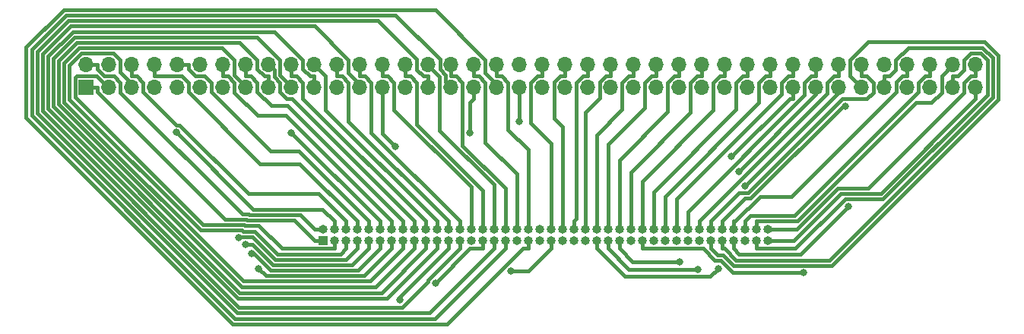
<source format=gbr>
%TF.GenerationSoftware,KiCad,Pcbnew,7.0.10*%
%TF.CreationDate,2024-01-11T10:13:55+00:00*%
%TF.ProjectId,1.27mm_To_2.54mm,312e3237-6d6d-45f5-946f-5f322e35346d,rev?*%
%TF.SameCoordinates,Original*%
%TF.FileFunction,Copper,L2,Bot*%
%TF.FilePolarity,Positive*%
%FSLAX46Y46*%
G04 Gerber Fmt 4.6, Leading zero omitted, Abs format (unit mm)*
G04 Created by KiCad (PCBNEW 7.0.10) date 2024-01-11 10:13:55*
%MOMM*%
%LPD*%
G01*
G04 APERTURE LIST*
%TA.AperFunction,ComponentPad*%
%ADD10R,1.000000X1.000000*%
%TD*%
%TA.AperFunction,ComponentPad*%
%ADD11O,1.000000X1.000000*%
%TD*%
%TA.AperFunction,ComponentPad*%
%ADD12R,1.700000X1.700000*%
%TD*%
%TA.AperFunction,ComponentPad*%
%ADD13O,1.700000X1.700000*%
%TD*%
%TA.AperFunction,ViaPad*%
%ADD14C,0.800000*%
%TD*%
%TA.AperFunction,Conductor*%
%ADD15C,0.400000*%
%TD*%
G04 APERTURE END LIST*
D10*
%TO.P,J1,1,Pin_1*%
%TO.N,Net-(J1-Pin_1)*%
X120472200Y-96951800D03*
D11*
%TO.P,J1,2,Pin_2*%
%TO.N,Net-(J1-Pin_2)*%
X120472200Y-95681800D03*
%TO.P,J1,3,Pin_3*%
%TO.N,Net-(J1-Pin_3)*%
X121742200Y-96951800D03*
%TO.P,J1,4,Pin_4*%
%TO.N,Net-(J1-Pin_4)*%
X121742200Y-95681800D03*
%TO.P,J1,5,Pin_5*%
%TO.N,Net-(J1-Pin_5)*%
X123012200Y-96951800D03*
%TO.P,J1,6,Pin_6*%
%TO.N,Net-(J1-Pin_6)*%
X123012200Y-95681800D03*
%TO.P,J1,7,Pin_7*%
%TO.N,Net-(J1-Pin_7)*%
X124282200Y-96951800D03*
%TO.P,J1,8,Pin_8*%
%TO.N,Net-(J1-Pin_8)*%
X124282200Y-95681800D03*
%TO.P,J1,9,Pin_9*%
%TO.N,Net-(J1-Pin_9)*%
X125552200Y-96951800D03*
%TO.P,J1,10,Pin_10*%
%TO.N,Net-(J1-Pin_10)*%
X125552200Y-95681800D03*
%TO.P,J1,11,Pin_11*%
%TO.N,Net-(J1-Pin_11)*%
X126822200Y-96951800D03*
%TO.P,J1,12,Pin_12*%
%TO.N,Net-(J1-Pin_12)*%
X126822200Y-95681800D03*
%TO.P,J1,13,Pin_13*%
%TO.N,Net-(J1-Pin_13)*%
X128092200Y-96951800D03*
%TO.P,J1,14,Pin_14*%
%TO.N,Net-(J1-Pin_14)*%
X128092200Y-95681800D03*
%TO.P,J1,15,Pin_15*%
%TO.N,Net-(J1-Pin_15)*%
X129362200Y-96951800D03*
%TO.P,J1,16,Pin_16*%
%TO.N,Net-(J1-Pin_16)*%
X129362200Y-95681800D03*
%TO.P,J1,17,Pin_17*%
%TO.N,Net-(J1-Pin_17)*%
X130632200Y-96951800D03*
%TO.P,J1,18,Pin_18*%
%TO.N,Net-(J1-Pin_18)*%
X130632200Y-95681800D03*
%TO.P,J1,19,Pin_19*%
%TO.N,Net-(J1-Pin_19)*%
X131902200Y-96951800D03*
%TO.P,J1,20,Pin_20*%
%TO.N,Net-(J1-Pin_20)*%
X131902200Y-95681800D03*
%TO.P,J1,21,Pin_21*%
%TO.N,Net-(J1-Pin_21)*%
X133172200Y-96951800D03*
%TO.P,J1,22,Pin_22*%
%TO.N,Net-(J1-Pin_22)*%
X133172200Y-95681800D03*
%TO.P,J1,23,Pin_23*%
%TO.N,Net-(J1-Pin_23)*%
X134442200Y-96951800D03*
%TO.P,J1,24,Pin_24*%
%TO.N,Net-(J1-Pin_24)*%
X134442200Y-95681800D03*
%TO.P,J1,25,Pin_25*%
%TO.N,Net-(J1-Pin_25)*%
X135712200Y-96951800D03*
%TO.P,J1,26,Pin_26*%
%TO.N,Net-(J1-Pin_26)*%
X135712200Y-95681800D03*
%TO.P,J1,27,Pin_27*%
%TO.N,Net-(J1-Pin_27)*%
X136982200Y-96951800D03*
%TO.P,J1,28,Pin_28*%
%TO.N,Net-(J1-Pin_28)*%
X136982200Y-95681800D03*
%TO.P,J1,29,Pin_29*%
%TO.N,Net-(J1-Pin_29)*%
X138252200Y-96951800D03*
%TO.P,J1,30,Pin_30*%
%TO.N,Net-(J1-Pin_30)*%
X138252200Y-95681800D03*
%TO.P,J1,31,Pin_31*%
%TO.N,Net-(J1-Pin_31)*%
X139522200Y-96951800D03*
%TO.P,J1,32,Pin_32*%
%TO.N,Net-(J1-Pin_32)*%
X139522200Y-95681800D03*
%TO.P,J1,33,Pin_33*%
%TO.N,Net-(J1-Pin_33)*%
X140792200Y-96951800D03*
%TO.P,J1,34,Pin_34*%
%TO.N,Net-(J1-Pin_34)*%
X140792200Y-95681800D03*
%TO.P,J1,35,Pin_35*%
%TO.N,Net-(J1-Pin_35)*%
X142062200Y-96951800D03*
%TO.P,J1,36,Pin_36*%
%TO.N,Net-(J1-Pin_36)*%
X142062200Y-95681800D03*
%TO.P,J1,37,Pin_37*%
%TO.N,Net-(J1-Pin_37)*%
X143332200Y-96951800D03*
%TO.P,J1,38,Pin_38*%
%TO.N,Net-(J1-Pin_38)*%
X143332200Y-95681800D03*
%TO.P,J1,39,Pin_39*%
%TO.N,Net-(J1-Pin_39)*%
X144602200Y-96951800D03*
%TO.P,J1,40,Pin_40*%
%TO.N,Net-(J1-Pin_40)*%
X144602200Y-95681800D03*
%TO.P,J1,41,Pin_41*%
%TO.N,Net-(J1-Pin_41)*%
X145872200Y-96951800D03*
%TO.P,J1,42,Pin_42*%
%TO.N,Net-(J1-Pin_42)*%
X145872200Y-95681800D03*
%TO.P,J1,43,Pin_43*%
%TO.N,Net-(J1-Pin_43)*%
X147142200Y-96951800D03*
%TO.P,J1,44,Pin_44*%
%TO.N,Net-(J1-Pin_44)*%
X147142200Y-95681800D03*
%TO.P,J1,45,Pin_45*%
%TO.N,Net-(J1-Pin_45)*%
X148412200Y-96951800D03*
%TO.P,J1,46,Pin_46*%
%TO.N,Net-(J1-Pin_46)*%
X148412200Y-95681800D03*
%TO.P,J1,47,Pin_47*%
%TO.N,Net-(J1-Pin_47)*%
X149682200Y-96951800D03*
%TO.P,J1,48,Pin_48*%
%TO.N,Net-(J1-Pin_48)*%
X149682200Y-95681800D03*
%TO.P,J1,49,Pin_49*%
%TO.N,Net-(J1-Pin_49)*%
X150952200Y-96951800D03*
%TO.P,J1,50,Pin_50*%
%TO.N,Net-(J1-Pin_50)*%
X150952200Y-95681800D03*
%TO.P,J1,51,Pin_51*%
%TO.N,Net-(J1-Pin_51)*%
X152222200Y-96951800D03*
%TO.P,J1,52,Pin_52*%
%TO.N,Net-(J1-Pin_52)*%
X152222200Y-95681800D03*
%TO.P,J1,53,Pin_53*%
%TO.N,Net-(J1-Pin_53)*%
X153492200Y-96951800D03*
%TO.P,J1,54,Pin_54*%
%TO.N,Net-(J1-Pin_54)*%
X153492200Y-95681800D03*
%TO.P,J1,55,Pin_55*%
%TO.N,Net-(J1-Pin_55)*%
X154762200Y-96951800D03*
%TO.P,J1,56,Pin_56*%
%TO.N,Net-(J1-Pin_56)*%
X154762200Y-95681800D03*
%TO.P,J1,57,Pin_57*%
%TO.N,Net-(J1-Pin_57)*%
X156032200Y-96951800D03*
%TO.P,J1,58,Pin_58*%
%TO.N,Net-(J1-Pin_58)*%
X156032200Y-95681800D03*
%TO.P,J1,59,Pin_59*%
%TO.N,Net-(J1-Pin_59)*%
X157302200Y-96951800D03*
%TO.P,J1,60,Pin_60*%
%TO.N,Net-(J1-Pin_60)*%
X157302200Y-95681800D03*
%TO.P,J1,61,Pin_61*%
%TO.N,Net-(J1-Pin_61)*%
X158572200Y-96951800D03*
%TO.P,J1,62,Pin_62*%
%TO.N,Net-(J1-Pin_62)*%
X158572200Y-95681800D03*
%TO.P,J1,63,Pin_63*%
%TO.N,Net-(J1-Pin_63)*%
X159842200Y-96951800D03*
%TO.P,J1,64,Pin_64*%
%TO.N,Net-(J1-Pin_64)*%
X159842200Y-95681800D03*
%TO.P,J1,65,Pin_65*%
%TO.N,Net-(J1-Pin_65)*%
X161112200Y-96951800D03*
%TO.P,J1,66,Pin_66*%
%TO.N,Net-(J1-Pin_66)*%
X161112200Y-95681800D03*
%TO.P,J1,67,Pin_67*%
%TO.N,Net-(J1-Pin_67)*%
X162382200Y-96951800D03*
%TO.P,J1,68,Pin_68*%
%TO.N,Net-(J1-Pin_68)*%
X162382200Y-95681800D03*
%TO.P,J1,69,Pin_69*%
%TO.N,Net-(J1-Pin_69)*%
X163652200Y-96951800D03*
%TO.P,J1,70,Pin_70*%
%TO.N,Net-(J1-Pin_70)*%
X163652200Y-95681800D03*
%TO.P,J1,71,Pin_71*%
%TO.N,Net-(J1-Pin_71)*%
X164922200Y-96951800D03*
%TO.P,J1,72,Pin_72*%
%TO.N,Net-(J1-Pin_72)*%
X164922200Y-95681800D03*
%TO.P,J1,73,Pin_73*%
%TO.N,Net-(J1-Pin_73)*%
X166192200Y-96951800D03*
%TO.P,J1,74,Pin_74*%
%TO.N,Net-(J1-Pin_74)*%
X166192200Y-95681800D03*
%TO.P,J1,75,Pin_75*%
%TO.N,Net-(J1-Pin_75)*%
X167462200Y-96951800D03*
%TO.P,J1,76,Pin_76*%
%TO.N,Net-(J1-Pin_76)*%
X167462200Y-95681800D03*
%TO.P,J1,77,Pin_77*%
%TO.N,Net-(J1-Pin_77)*%
X168732200Y-96951800D03*
%TO.P,J1,78,Pin_78*%
%TO.N,Net-(J1-Pin_78)*%
X168732200Y-95681800D03*
%TO.P,J1,79,Pin_79*%
%TO.N,Net-(J1-Pin_79)*%
X170002200Y-96951800D03*
%TO.P,J1,80,Pin_80*%
%TO.N,Net-(J1-Pin_80)*%
X170002200Y-95681800D03*
%TD*%
D12*
%TO.P,J2,1,Pin_1*%
%TO.N,Net-(J1-Pin_1)*%
X94107000Y-79883000D03*
D13*
%TO.P,J2,2,Pin_2*%
%TO.N,Net-(J1-Pin_2)*%
X94107000Y-77343000D03*
%TO.P,J2,3,Pin_3*%
%TO.N,Net-(J1-Pin_3)*%
X96647000Y-79883000D03*
%TO.P,J2,4,Pin_4*%
%TO.N,Net-(J1-Pin_4)*%
X96647000Y-77343000D03*
%TO.P,J2,5,Pin_5*%
%TO.N,Net-(J1-Pin_5)*%
X99187000Y-79883000D03*
%TO.P,J2,6,Pin_6*%
%TO.N,Net-(J1-Pin_6)*%
X99187000Y-77343000D03*
%TO.P,J2,7,Pin_7*%
%TO.N,Net-(J1-Pin_7)*%
X101727000Y-79883000D03*
%TO.P,J2,8,Pin_8*%
%TO.N,Net-(J1-Pin_8)*%
X101727000Y-77343000D03*
%TO.P,J2,9,Pin_9*%
%TO.N,Net-(J1-Pin_9)*%
X104267000Y-79883000D03*
%TO.P,J2,10,Pin_10*%
%TO.N,Net-(J1-Pin_10)*%
X104267000Y-77343000D03*
%TO.P,J2,11,Pin_11*%
%TO.N,Net-(J1-Pin_11)*%
X106807000Y-79883000D03*
%TO.P,J2,12,Pin_12*%
%TO.N,Net-(J1-Pin_12)*%
X106807000Y-77343000D03*
%TO.P,J2,13,Pin_13*%
%TO.N,Net-(J1-Pin_13)*%
X109347000Y-79883000D03*
%TO.P,J2,14,Pin_14*%
%TO.N,Net-(J1-Pin_14)*%
X109347000Y-77343000D03*
%TO.P,J2,15,Pin_15*%
%TO.N,Net-(J1-Pin_15)*%
X111887000Y-79883000D03*
%TO.P,J2,16,Pin_16*%
%TO.N,Net-(J1-Pin_16)*%
X111887000Y-77343000D03*
%TO.P,J2,17,Pin_17*%
%TO.N,Net-(J1-Pin_17)*%
X114427000Y-79883000D03*
%TO.P,J2,18,Pin_18*%
%TO.N,Net-(J1-Pin_18)*%
X114427000Y-77343000D03*
%TO.P,J2,19,Pin_19*%
%TO.N,Net-(J1-Pin_19)*%
X116967000Y-79883000D03*
%TO.P,J2,20,Pin_20*%
%TO.N,Net-(J1-Pin_20)*%
X116967000Y-77343000D03*
%TO.P,J2,21,Pin_21*%
%TO.N,Net-(J1-Pin_21)*%
X119507000Y-79883000D03*
%TO.P,J2,22,Pin_22*%
%TO.N,Net-(J1-Pin_22)*%
X119507000Y-77343000D03*
%TO.P,J2,23,Pin_23*%
%TO.N,Net-(J1-Pin_23)*%
X122047000Y-79883000D03*
%TO.P,J2,24,Pin_24*%
%TO.N,Net-(J1-Pin_24)*%
X122047000Y-77343000D03*
%TO.P,J2,25,Pin_25*%
%TO.N,Net-(J1-Pin_25)*%
X124587000Y-79883000D03*
%TO.P,J2,26,Pin_26*%
%TO.N,Net-(J1-Pin_26)*%
X124587000Y-77343000D03*
%TO.P,J2,27,Pin_27*%
%TO.N,Net-(J1-Pin_27)*%
X127127000Y-79883000D03*
%TO.P,J2,28,Pin_28*%
%TO.N,Net-(J1-Pin_28)*%
X127127000Y-77343000D03*
%TO.P,J2,29,Pin_29*%
%TO.N,Net-(J1-Pin_29)*%
X129667000Y-79883000D03*
%TO.P,J2,30,Pin_30*%
%TO.N,Net-(J1-Pin_30)*%
X129667000Y-77343000D03*
%TO.P,J2,31,Pin_31*%
%TO.N,Net-(J1-Pin_31)*%
X132207000Y-79883000D03*
%TO.P,J2,32,Pin_32*%
%TO.N,Net-(J1-Pin_32)*%
X132207000Y-77343000D03*
%TO.P,J2,33,Pin_33*%
%TO.N,Net-(J1-Pin_33)*%
X134747000Y-79883000D03*
%TO.P,J2,34,Pin_34*%
%TO.N,Net-(J1-Pin_34)*%
X134747000Y-77343000D03*
%TO.P,J2,35,Pin_35*%
%TO.N,Net-(J1-Pin_35)*%
X137287000Y-79883000D03*
%TO.P,J2,36,Pin_36*%
%TO.N,Net-(J1-Pin_36)*%
X137287000Y-77343000D03*
%TO.P,J2,37,Pin_37*%
%TO.N,Net-(J1-Pin_37)*%
X139827000Y-79883000D03*
%TO.P,J2,38,Pin_38*%
%TO.N,Net-(J1-Pin_38)*%
X139827000Y-77343000D03*
%TO.P,J2,39,Pin_39*%
%TO.N,Net-(J1-Pin_39)*%
X142367000Y-79883000D03*
%TO.P,J2,40,Pin_40*%
%TO.N,Net-(J1-Pin_40)*%
X142367000Y-77343000D03*
%TO.P,J2,41,Pin_41*%
%TO.N,Net-(J1-Pin_41)*%
X144907000Y-79883000D03*
%TO.P,J2,42,Pin_42*%
%TO.N,Net-(J1-Pin_42)*%
X144907000Y-77343000D03*
%TO.P,J2,43,Pin_43*%
%TO.N,Net-(J1-Pin_43)*%
X147447000Y-79883000D03*
%TO.P,J2,44,Pin_44*%
%TO.N,Net-(J1-Pin_44)*%
X147447000Y-77343000D03*
%TO.P,J2,45,Pin_45*%
%TO.N,Net-(J1-Pin_45)*%
X149987000Y-79883000D03*
%TO.P,J2,46,Pin_46*%
%TO.N,Net-(J1-Pin_46)*%
X149987000Y-77343000D03*
%TO.P,J2,47,Pin_47*%
%TO.N,Net-(J1-Pin_47)*%
X152527000Y-79883000D03*
%TO.P,J2,48,Pin_48*%
%TO.N,Net-(J1-Pin_48)*%
X152527000Y-77343000D03*
%TO.P,J2,49,Pin_49*%
%TO.N,Net-(J1-Pin_49)*%
X155067000Y-79883000D03*
%TO.P,J2,50,Pin_50*%
%TO.N,Net-(J1-Pin_50)*%
X155067000Y-77343000D03*
%TO.P,J2,51,Pin_51*%
%TO.N,Net-(J1-Pin_51)*%
X157607000Y-79883000D03*
%TO.P,J2,52,Pin_52*%
%TO.N,Net-(J1-Pin_52)*%
X157607000Y-77343000D03*
%TO.P,J2,53,Pin_53*%
%TO.N,Net-(J1-Pin_53)*%
X160147000Y-79883000D03*
%TO.P,J2,54,Pin_54*%
%TO.N,Net-(J1-Pin_54)*%
X160147000Y-77343000D03*
%TO.P,J2,55,Pin_55*%
%TO.N,Net-(J1-Pin_55)*%
X162687000Y-79883000D03*
%TO.P,J2,56,Pin_56*%
%TO.N,Net-(J1-Pin_56)*%
X162687000Y-77343000D03*
%TO.P,J2,57,Pin_57*%
%TO.N,Net-(J1-Pin_57)*%
X165227000Y-79883000D03*
%TO.P,J2,58,Pin_58*%
%TO.N,Net-(J1-Pin_58)*%
X165227000Y-77343000D03*
%TO.P,J2,59,Pin_59*%
%TO.N,Net-(J1-Pin_59)*%
X167767000Y-79883000D03*
%TO.P,J2,60,Pin_60*%
%TO.N,Net-(J1-Pin_60)*%
X167767000Y-77343000D03*
%TO.P,J2,61,Pin_61*%
%TO.N,Net-(J1-Pin_61)*%
X170307000Y-79883000D03*
%TO.P,J2,62,Pin_62*%
%TO.N,Net-(J1-Pin_62)*%
X170307000Y-77343000D03*
%TO.P,J2,63,Pin_63*%
%TO.N,Net-(J1-Pin_63)*%
X172847000Y-79883000D03*
%TO.P,J2,64,Pin_64*%
%TO.N,Net-(J1-Pin_64)*%
X172847000Y-77343000D03*
%TO.P,J2,65,Pin_65*%
%TO.N,Net-(J1-Pin_65)*%
X175387000Y-79883000D03*
%TO.P,J2,66,Pin_66*%
%TO.N,Net-(J1-Pin_66)*%
X175387000Y-77343000D03*
%TO.P,J2,67,Pin_67*%
%TO.N,Net-(J1-Pin_67)*%
X177927000Y-79883000D03*
%TO.P,J2,68,Pin_68*%
%TO.N,Net-(J1-Pin_68)*%
X177927000Y-77343000D03*
%TO.P,J2,69,Pin_69*%
%TO.N,Net-(J1-Pin_69)*%
X180467000Y-79883000D03*
%TO.P,J2,70,Pin_70*%
%TO.N,Net-(J1-Pin_70)*%
X180467000Y-77343000D03*
%TO.P,J2,71,Pin_71*%
%TO.N,Net-(J1-Pin_71)*%
X183007000Y-79883000D03*
%TO.P,J2,72,Pin_72*%
%TO.N,Net-(J1-Pin_72)*%
X183007000Y-77343000D03*
%TO.P,J2,73,Pin_73*%
%TO.N,Net-(J1-Pin_73)*%
X185547000Y-79883000D03*
%TO.P,J2,74,Pin_74*%
%TO.N,Net-(J1-Pin_74)*%
X185547000Y-77343000D03*
%TO.P,J2,75,Pin_75*%
%TO.N,Net-(J1-Pin_75)*%
X188087000Y-79883000D03*
%TO.P,J2,76,Pin_76*%
%TO.N,Net-(J1-Pin_76)*%
X188087000Y-77343000D03*
%TO.P,J2,77,Pin_77*%
%TO.N,Net-(J1-Pin_77)*%
X190627000Y-79883000D03*
%TO.P,J2,78,Pin_78*%
%TO.N,Net-(J1-Pin_78)*%
X190627000Y-77343000D03*
%TO.P,J2,79,Pin_79*%
%TO.N,Net-(J1-Pin_79)*%
X193167000Y-79883000D03*
%TO.P,J2,80,Pin_80*%
%TO.N,Net-(J1-Pin_80)*%
X193167000Y-77343000D03*
%TD*%
D14*
%TO.N,Net-(J1-Pin_4)*%
X104164700Y-84888300D03*
%TO.N,Net-(J1-Pin_7)*%
X111120100Y-96599100D03*
%TO.N,Net-(J1-Pin_9)*%
X111883000Y-97351300D03*
%TO.N,Net-(J1-Pin_11)*%
X112526700Y-98418400D03*
%TO.N,Net-(J1-Pin_12)*%
X116956300Y-84914000D03*
%TO.N,Net-(J1-Pin_13)*%
X113314700Y-100062700D03*
%TO.N,Net-(J1-Pin_23)*%
X129029300Y-103548300D03*
%TO.N,Net-(J1-Pin_27)*%
X128567800Y-86474000D03*
%TO.N,Net-(J1-Pin_29)*%
X132988300Y-101719500D03*
%TO.N,Net-(J1-Pin_35)*%
X136848600Y-84940900D03*
%TO.N,Net-(J1-Pin_39)*%
X142301400Y-83684000D03*
%TO.N,Net-(J1-Pin_41)*%
X141369100Y-100383700D03*
%TO.N,Net-(J1-Pin_49)*%
X164537100Y-100071100D03*
%TO.N,Net-(J1-Pin_51)*%
X162208700Y-100146800D03*
%TO.N,Net-(J1-Pin_53)*%
X160189900Y-99324800D03*
%TO.N,Net-(J1-Pin_57)*%
X173969800Y-100531400D03*
%TO.N,Net-(J1-Pin_63)*%
X165991300Y-87595200D03*
%TO.N,Net-(J1-Pin_65)*%
X166786400Y-89241300D03*
%TO.N,Net-(J1-Pin_67)*%
X167500800Y-90841300D03*
%TO.N,Net-(J1-Pin_72)*%
X178660900Y-81955100D03*
%TO.N,Net-(J1-Pin_73)*%
X178993000Y-93148500D03*
%TD*%
D15*
%TO.N,Net-(J1-Pin_1)*%
X117278800Y-94660300D02*
X112017500Y-94660300D01*
X95358900Y-80400200D02*
X95358900Y-79883000D01*
X109552100Y-94593400D02*
X95358900Y-80400200D01*
X120472200Y-96951800D02*
X119570300Y-96951800D01*
X119570300Y-96951800D02*
X117278800Y-94660300D01*
X111950600Y-94593400D02*
X109552100Y-94593400D01*
X112017500Y-94660300D02*
X111950600Y-94593400D01*
X94107000Y-79883000D02*
X95358900Y-79883000D01*
%TO.N,Net-(J1-Pin_2)*%
X96128400Y-78594900D02*
X95358900Y-77825400D01*
X120472200Y-95681800D02*
X119570300Y-95681800D01*
X97165900Y-78594900D02*
X96128400Y-78594900D01*
X117946900Y-94058400D02*
X112266700Y-94058400D01*
X97916800Y-80424600D02*
X97916800Y-79345800D01*
X111483700Y-93991500D02*
X97916800Y-80424600D01*
X95358900Y-77825400D02*
X95358900Y-77343000D01*
X112199800Y-93991500D02*
X111483700Y-93991500D01*
X94107000Y-77343000D02*
X95358900Y-77343000D01*
X119570300Y-95681800D02*
X117946900Y-94058400D01*
X97916800Y-79345800D02*
X97165900Y-78594900D01*
X112266700Y-94058400D02*
X112199800Y-93991500D01*
%TO.N,Net-(J1-Pin_3)*%
X92855100Y-80949000D02*
X92855100Y-78797200D01*
X121742200Y-96951800D02*
X121742200Y-97853700D01*
X107101400Y-95195300D02*
X92855100Y-80949000D01*
X113319300Y-95262200D02*
X111768300Y-95262200D01*
X95295400Y-78613000D02*
X96565400Y-79883000D01*
X96565400Y-79883000D02*
X96647000Y-79883000D01*
X92855100Y-78797200D02*
X93039300Y-78613000D01*
X121742200Y-97853700D02*
X115910800Y-97853700D01*
X115910800Y-97853700D02*
X113319300Y-95262200D01*
X93039300Y-78613000D02*
X95295400Y-78613000D01*
X111701400Y-95195300D02*
X107101400Y-95195300D01*
X111768300Y-95262200D02*
X111701400Y-95195300D01*
%TO.N,Net-(J1-Pin_4)*%
X120418800Y-93456500D02*
X112732900Y-93456500D01*
X121742200Y-95681800D02*
X121742200Y-94779900D01*
X112732900Y-93456500D02*
X104164700Y-84888300D01*
X121742200Y-94779900D02*
X120418800Y-93456500D01*
%TO.N,Net-(J1-Pin_5)*%
X97917000Y-78212400D02*
X99187000Y-79482400D01*
X106846500Y-95797200D02*
X92238800Y-81189500D01*
X122396800Y-98469100D02*
X115428100Y-98469100D01*
X111602400Y-95947400D02*
X111452200Y-95797200D01*
X99187000Y-79482400D02*
X99187000Y-79883000D01*
X123012200Y-96951800D02*
X123012200Y-97853700D01*
X123012200Y-97853700D02*
X122396800Y-98469100D01*
X115428100Y-98469100D02*
X112906400Y-95947400D01*
X92238800Y-77403800D02*
X93591300Y-76051300D01*
X97148800Y-76051300D02*
X97917000Y-76819500D01*
X111452200Y-95797200D02*
X106846500Y-95797200D01*
X112906400Y-95947400D02*
X111602400Y-95947400D01*
X93591300Y-76051300D02*
X97148800Y-76051300D01*
X97917000Y-76819500D02*
X97917000Y-78212400D01*
X92238800Y-81189500D02*
X92238800Y-77403800D01*
%TO.N,Net-(J1-Pin_6)*%
X99187000Y-77343000D02*
X99187000Y-78594900D01*
X99705800Y-78594900D02*
X99187000Y-78594900D01*
X104496800Y-84086400D02*
X104146000Y-84086400D01*
X123012200Y-95681800D02*
X123012200Y-94779900D01*
X100457000Y-79346100D02*
X99705800Y-78594900D01*
X112154800Y-91744500D02*
X112154800Y-91744400D01*
X100457000Y-80397400D02*
X100457000Y-79346100D01*
X104146000Y-84086400D02*
X100457000Y-80397400D01*
X119976800Y-91744500D02*
X112154800Y-91744500D01*
X112154800Y-91744400D02*
X104496800Y-84086400D01*
X123012200Y-94779900D02*
X119976800Y-91744500D01*
%TO.N,Net-(J1-Pin_7)*%
X124282200Y-97853700D02*
X123064900Y-99071000D01*
X123064900Y-99071000D02*
X115178800Y-99071000D01*
X111169800Y-96549400D02*
X111120100Y-96599100D01*
X112657200Y-96549400D02*
X111169800Y-96549400D01*
X115178800Y-99071000D02*
X112657200Y-96549400D01*
X124282200Y-96951800D02*
X124282200Y-97853700D01*
%TO.N,Net-(J1-Pin_8)*%
X104749400Y-78594900D02*
X105518900Y-79364400D01*
X101727000Y-77343000D02*
X101727000Y-78594900D01*
X124282200Y-95681800D02*
X124282200Y-94779900D01*
X113498700Y-88381400D02*
X117883700Y-88381400D01*
X117883700Y-88381400D02*
X124282200Y-94779900D01*
X101727000Y-78594900D02*
X104749400Y-78594900D01*
X105518900Y-80401600D02*
X113498700Y-88381400D01*
X105518900Y-79364400D02*
X105518900Y-80401600D01*
%TO.N,Net-(J1-Pin_9)*%
X123733000Y-99672900D02*
X114929600Y-99672900D01*
X125552200Y-97853700D02*
X123733000Y-99672900D01*
X112608000Y-97351300D02*
X111883000Y-97351300D01*
X114929600Y-99672900D02*
X112608000Y-97351300D01*
X125552200Y-96951800D02*
X125552200Y-97853700D01*
%TO.N,Net-(J1-Pin_10)*%
X117753200Y-86980900D02*
X125552200Y-94779900D01*
X107312600Y-78613000D02*
X108077000Y-79377400D01*
X125552200Y-95681800D02*
X125552200Y-94779900D01*
X106270100Y-78613000D02*
X107312600Y-78613000D01*
X104267000Y-77343000D02*
X105518900Y-77343000D01*
X105518900Y-77343000D02*
X105518900Y-77861800D01*
X108077000Y-80409800D02*
X114648100Y-86980900D01*
X105518900Y-77861800D02*
X106270100Y-78613000D01*
X108077000Y-79377400D02*
X108077000Y-80409800D01*
X114648100Y-86980900D02*
X117753200Y-86980900D01*
%TO.N,Net-(J1-Pin_11)*%
X114681800Y-100276200D02*
X124399700Y-100276200D01*
X112824000Y-98418400D02*
X114681800Y-100276200D01*
X126822200Y-96951800D02*
X126822200Y-97853700D01*
X112526700Y-98418400D02*
X112824000Y-98418400D01*
X124399700Y-100276200D02*
X126822200Y-97853700D01*
%TO.N,Net-(J1-Pin_12)*%
X126822200Y-95681800D02*
X126822200Y-94779900D01*
X126822200Y-94779900D02*
X116956300Y-84914000D01*
%TO.N,Net-(J1-Pin_13)*%
X114144300Y-100892300D02*
X125053600Y-100892300D01*
X128092200Y-96951800D02*
X128092200Y-97853700D01*
X125053600Y-100892300D02*
X128092200Y-97853700D01*
X113314700Y-100062700D02*
X114144300Y-100892300D01*
%TO.N,Net-(J1-Pin_14)*%
X113220300Y-83026400D02*
X116338700Y-83026400D01*
X110617000Y-80423100D02*
X113220300Y-83026400D01*
X128092200Y-95681800D02*
X128092200Y-94779900D01*
X109347000Y-78594900D02*
X109865800Y-78594900D01*
X109347000Y-77343000D02*
X109347000Y-78594900D01*
X109865800Y-78594900D02*
X110617000Y-79346100D01*
X116338700Y-83026400D02*
X128092200Y-94779900D01*
X110617000Y-79346100D02*
X110617000Y-80423100D01*
%TO.N,Net-(J1-Pin_15)*%
X111612300Y-101494300D02*
X125721600Y-101494300D01*
X109226100Y-75449400D02*
X93342100Y-75449400D01*
X129362200Y-96951800D02*
X129362200Y-97853700D01*
X111887000Y-79739500D02*
X110617000Y-78469500D01*
X125721600Y-101494300D02*
X129362200Y-97853700D01*
X110617000Y-76840300D02*
X109226100Y-75449400D01*
X111887000Y-79883000D02*
X111887000Y-79739500D01*
X93342100Y-75449400D02*
X91636900Y-77154600D01*
X110617000Y-78469500D02*
X110617000Y-76840300D01*
X91636900Y-81518900D02*
X111612300Y-101494300D01*
X91636900Y-77154600D02*
X91636900Y-81518900D01*
%TO.N,Net-(J1-Pin_16)*%
X114697300Y-81929500D02*
X113157000Y-80389200D01*
X129362200Y-94779900D02*
X116511800Y-81929500D01*
X111887000Y-77343000D02*
X111887000Y-78594900D01*
X116511800Y-81929500D02*
X114697300Y-81929500D01*
X112405800Y-78594900D02*
X111887000Y-78594900D01*
X113157000Y-80389200D02*
X113157000Y-79346100D01*
X129362200Y-95681800D02*
X129362200Y-94779900D01*
X113157000Y-79346100D02*
X112405800Y-78594900D01*
%TO.N,Net-(J1-Pin_17)*%
X113157000Y-76820200D02*
X111184300Y-74847500D01*
X113928100Y-78631100D02*
X113157000Y-77860000D01*
X114427000Y-78631100D02*
X113928100Y-78631100D01*
X130632200Y-96951800D02*
X130632200Y-97853700D01*
X91035000Y-81768100D02*
X111421200Y-102154300D01*
X111184300Y-74847500D02*
X93092900Y-74847500D01*
X93092900Y-74847500D02*
X91035000Y-76905400D01*
X126331600Y-102154300D02*
X130632200Y-97853700D01*
X111421200Y-102154300D02*
X126331600Y-102154300D01*
X91035000Y-76905400D02*
X91035000Y-81768100D01*
X113157000Y-77860000D02*
X113157000Y-76820200D01*
X114427000Y-79883000D02*
X114427000Y-78631100D01*
%TO.N,Net-(J1-Pin_18)*%
X115698500Y-80410700D02*
X115698500Y-79384000D01*
X130632200Y-94779900D02*
X116987200Y-81134900D01*
X115028900Y-78714400D02*
X115028900Y-77944900D01*
X130632200Y-95681800D02*
X130632200Y-94779900D01*
X116987200Y-81134900D02*
X116422700Y-81134900D01*
X115698500Y-79384000D02*
X115028900Y-78714400D01*
X115028900Y-77944900D02*
X114427000Y-77343000D01*
X116422700Y-81134900D02*
X115698500Y-80410700D01*
%TO.N,Net-(J1-Pin_19)*%
X116967000Y-79801400D02*
X115697000Y-78531400D01*
X126980700Y-102775200D02*
X131902200Y-97853700D01*
X92843700Y-74245600D02*
X90433100Y-76656200D01*
X131902200Y-96951800D02*
X131902200Y-97853700D01*
X115697000Y-76803000D02*
X113139600Y-74245600D01*
X90433100Y-82017300D02*
X111191000Y-102775200D01*
X113139600Y-74245600D02*
X92843700Y-74245600D01*
X116967000Y-79883000D02*
X116967000Y-79801400D01*
X111191000Y-102775200D02*
X126980700Y-102775200D01*
X90433100Y-76656200D02*
X90433100Y-82017300D01*
X115697000Y-78531400D02*
X115697000Y-76803000D01*
%TO.N,Net-(J1-Pin_20)*%
X118237000Y-81114700D02*
X131902200Y-94779900D01*
X118237000Y-79346100D02*
X118237000Y-81114700D01*
X117485800Y-78594900D02*
X118237000Y-79346100D01*
X116967000Y-77343000D02*
X116967000Y-78594900D01*
X131902200Y-95681800D02*
X131902200Y-94779900D01*
X116967000Y-78594900D02*
X117485800Y-78594900D01*
%TO.N,Net-(J1-Pin_21)*%
X115106600Y-73643700D02*
X92594500Y-73643700D01*
X110979600Y-103414900D02*
X127611000Y-103414900D01*
X118237000Y-76774100D02*
X115106600Y-73643700D01*
X127611000Y-103414900D02*
X133172200Y-97853700D01*
X119008100Y-78631100D02*
X118237000Y-77860000D01*
X92594500Y-73643700D02*
X89831200Y-76407000D01*
X119507000Y-79883000D02*
X119507000Y-78631100D01*
X89831200Y-76407000D02*
X89831200Y-82266500D01*
X118237000Y-77860000D02*
X118237000Y-76774100D01*
X133172200Y-96951800D02*
X133172200Y-97853700D01*
X89831200Y-82266500D02*
X110979600Y-103414900D01*
X119507000Y-78631100D02*
X119008100Y-78631100D01*
%TO.N,Net-(J1-Pin_22)*%
X119507000Y-77343000D02*
X120758900Y-78594900D01*
X120758900Y-82366600D02*
X133172200Y-94779900D01*
X120758900Y-78594900D02*
X120758900Y-82366600D01*
X133172200Y-95681800D02*
X133172200Y-94779900D01*
%TO.N,Net-(J1-Pin_23)*%
X134442200Y-96951800D02*
X134442200Y-97853700D01*
X134442200Y-97853700D02*
X129029300Y-103266600D01*
X129029300Y-103266600D02*
X129029300Y-103548300D01*
%TO.N,Net-(J1-Pin_24)*%
X122047000Y-77343000D02*
X122047000Y-78594900D01*
X123317000Y-83654700D02*
X123317000Y-79324800D01*
X134442200Y-95681800D02*
X134442200Y-94779900D01*
X123317000Y-79324800D02*
X122587100Y-78594900D01*
X122587100Y-78594900D02*
X122047000Y-78594900D01*
X134442200Y-94779900D02*
X123317000Y-83654700D01*
%TO.N,Net-(J1-Pin_25)*%
X132186400Y-101525200D02*
X132186400Y-101379500D01*
X119584700Y-73041800D02*
X92345300Y-73041800D01*
X132186400Y-101379500D02*
X135712200Y-97853700D01*
X129324900Y-104386700D02*
X132186400Y-101525200D01*
X123317000Y-78269700D02*
X123317000Y-76774100D01*
X123317000Y-76774100D02*
X119584700Y-73041800D01*
X124587000Y-79883000D02*
X124587000Y-79539700D01*
X89229300Y-82515700D02*
X111100300Y-104386700D01*
X124587000Y-79539700D02*
X123317000Y-78269700D01*
X89229300Y-76157800D02*
X89229300Y-82515700D01*
X111100300Y-104386700D02*
X129324900Y-104386700D01*
X92345300Y-73041800D02*
X89229300Y-76157800D01*
X135712200Y-96951800D02*
X135712200Y-97853700D01*
%TO.N,Net-(J1-Pin_26)*%
X125858500Y-84926200D02*
X125858500Y-79347600D01*
X125105800Y-78594900D02*
X124587000Y-78594900D01*
X135712200Y-94779900D02*
X125858500Y-84926200D01*
X124587000Y-77343000D02*
X124587000Y-78594900D01*
X125858500Y-79347600D02*
X125105800Y-78594900D01*
X135712200Y-95681800D02*
X135712200Y-94779900D01*
%TO.N,Net-(J1-Pin_27)*%
X127127000Y-79883000D02*
X127127000Y-85033200D01*
X127127000Y-85033200D02*
X128567800Y-86474000D01*
%TO.N,Net-(J1-Pin_28)*%
X128397000Y-79346100D02*
X128397000Y-82364500D01*
X136982200Y-90949700D02*
X136982200Y-95681800D01*
X127127000Y-78594900D02*
X127645800Y-78594900D01*
X127127000Y-77343000D02*
X127127000Y-78594900D01*
X128397000Y-82364500D02*
X136982200Y-90949700D01*
X127645800Y-78594900D02*
X128397000Y-79346100D01*
%TO.N,Net-(J1-Pin_29)*%
X136854100Y-97853700D02*
X132988300Y-101719500D01*
X138252200Y-96951800D02*
X138252200Y-97853700D01*
X138252200Y-97853700D02*
X136854100Y-97853700D01*
%TO.N,Net-(J1-Pin_30)*%
X129667000Y-77343000D02*
X129667000Y-78594900D01*
X138252200Y-91368600D02*
X130937100Y-84053500D01*
X138252200Y-95681800D02*
X138252200Y-91368600D01*
X130937100Y-79346200D02*
X130185800Y-78594900D01*
X130185800Y-78594900D02*
X129667000Y-78594900D01*
X130937100Y-84053500D02*
X130937100Y-79346200D01*
%TO.N,Net-(J1-Pin_31)*%
X130937000Y-77879900D02*
X130937000Y-76766100D01*
X132207000Y-79883000D02*
X132207000Y-78631100D01*
X92096100Y-72439900D02*
X88627400Y-75908600D01*
X132207000Y-78631100D02*
X131688200Y-78631100D01*
X88627400Y-75908600D02*
X88627400Y-82764900D01*
X126610800Y-72439900D02*
X92096100Y-72439900D01*
X131688200Y-78631100D02*
X130937000Y-77879900D01*
X139522200Y-96951800D02*
X139522200Y-97853700D01*
X88627400Y-82764900D02*
X110896000Y-105033500D01*
X132342400Y-105033500D02*
X139522200Y-97853700D01*
X110896000Y-105033500D02*
X132342400Y-105033500D01*
X130937000Y-76766100D02*
X126610800Y-72439900D01*
%TO.N,Net-(J1-Pin_32)*%
X139522200Y-95681800D02*
X139522200Y-94779900D01*
X139522200Y-90699400D02*
X133481500Y-84658700D01*
X139522200Y-94779900D02*
X139522200Y-90699400D01*
X132207000Y-77424600D02*
X132207000Y-77343000D01*
X133481500Y-84658700D02*
X133481500Y-78699100D01*
X133481500Y-78699100D02*
X132207000Y-77424600D01*
%TO.N,Net-(J1-Pin_33)*%
X88025500Y-75659400D02*
X88025500Y-83014100D01*
X134145100Y-78511600D02*
X133495100Y-77861600D01*
X140792200Y-96951800D02*
X140792200Y-97853700D01*
X91846900Y-71838000D02*
X88025500Y-75659400D01*
X132954000Y-105691900D02*
X140792200Y-97853700D01*
X134145100Y-79281100D02*
X134145100Y-78511600D01*
X133495100Y-77861600D02*
X133495100Y-76767300D01*
X110703300Y-105691900D02*
X132954000Y-105691900D01*
X88025500Y-83014100D02*
X110703300Y-105691900D01*
X133495100Y-76767300D02*
X128565800Y-71838000D01*
X134747000Y-79883000D02*
X134145100Y-79281100D01*
X128565800Y-71838000D02*
X91846900Y-71838000D01*
%TO.N,Net-(J1-Pin_34)*%
X136016800Y-86342800D02*
X140792200Y-91118200D01*
X136016800Y-79345900D02*
X136016800Y-86342800D01*
X140792200Y-91118200D02*
X140792200Y-95681800D01*
X135265800Y-78594900D02*
X136016800Y-79345900D01*
X134747000Y-77343000D02*
X134747000Y-78594900D01*
X134747000Y-78594900D02*
X135265800Y-78594900D01*
%TO.N,Net-(J1-Pin_35)*%
X136848600Y-81573300D02*
X136848600Y-84940900D01*
X137287000Y-79883000D02*
X137287000Y-81134900D01*
X137287000Y-81134900D02*
X136848600Y-81573300D01*
%TO.N,Net-(J1-Pin_36)*%
X138557000Y-86020500D02*
X138557000Y-79346100D01*
X142062200Y-89525700D02*
X138557000Y-86020500D01*
X137805800Y-78594900D02*
X137287000Y-78594900D01*
X142062200Y-95681800D02*
X142062200Y-89525700D01*
X137287000Y-77343000D02*
X137287000Y-78594900D01*
X138557000Y-79346100D02*
X137805800Y-78594900D01*
%TO.N,Net-(J1-Pin_37)*%
X139827000Y-79534000D02*
X138557000Y-78264000D01*
X139827000Y-79883000D02*
X139827000Y-79534000D01*
X138557000Y-78264000D02*
X138557000Y-76774100D01*
X91597700Y-71236100D02*
X87423600Y-75410200D01*
X142765200Y-97853700D02*
X143332200Y-97853700D01*
X134325100Y-106293800D02*
X142765200Y-97853700D01*
X143332200Y-96951800D02*
X143332200Y-97853700D01*
X110454100Y-106293800D02*
X134325100Y-106293800D01*
X133019000Y-71236100D02*
X91597700Y-71236100D01*
X138557000Y-76774100D02*
X133019000Y-71236100D01*
X87423600Y-83263300D02*
X110454100Y-106293800D01*
X87423600Y-75410200D02*
X87423600Y-83263300D01*
%TO.N,Net-(J1-Pin_38)*%
X140345800Y-78594900D02*
X139827000Y-78594900D01*
X143332200Y-86814900D02*
X141097000Y-84579700D01*
X141097000Y-84579700D02*
X141097000Y-79346100D01*
X143332200Y-95681800D02*
X143332200Y-86814900D01*
X141097000Y-79346100D02*
X140345800Y-78594900D01*
X139827000Y-77343000D02*
X139827000Y-78594900D01*
%TO.N,Net-(J1-Pin_39)*%
X142367000Y-79883000D02*
X142367000Y-83618400D01*
X142367000Y-83618400D02*
X142301400Y-83684000D01*
%TO.N,Net-(J1-Pin_41)*%
X143342200Y-100383700D02*
X141369100Y-100383700D01*
X145872200Y-96951800D02*
X145872200Y-97853700D01*
X145872200Y-97853700D02*
X143342200Y-100383700D01*
%TO.N,Net-(J1-Pin_42)*%
X143637000Y-83885200D02*
X143637000Y-79346100D01*
X144907000Y-77343000D02*
X144907000Y-78594900D01*
X144388200Y-78594900D02*
X144907000Y-78594900D01*
X145872200Y-86120400D02*
X143637000Y-83885200D01*
X143637000Y-79346100D02*
X144388200Y-78594900D01*
X145872200Y-95681800D02*
X145872200Y-86120400D01*
%TO.N,Net-(J1-Pin_44)*%
X146195100Y-79299000D02*
X146899200Y-78594900D01*
X147142200Y-95681800D02*
X147142200Y-94779900D01*
X146899200Y-78594900D02*
X147447000Y-78594900D01*
X146195100Y-83306100D02*
X146195100Y-79299000D01*
X147142200Y-84253200D02*
X146195100Y-83306100D01*
X147447000Y-77343000D02*
X147447000Y-78594900D01*
X147142200Y-94779900D02*
X147142200Y-84253200D01*
%TO.N,Net-(J1-Pin_46)*%
X148717000Y-79346100D02*
X149468200Y-78594900D01*
X149468200Y-78594900D02*
X149987000Y-78594900D01*
X149987000Y-77343000D02*
X149987000Y-78594900D01*
X148412200Y-94779900D02*
X148717000Y-94475100D01*
X148717000Y-94475100D02*
X148717000Y-79346100D01*
X148412200Y-95681800D02*
X148412200Y-94779900D01*
%TO.N,Net-(J1-Pin_48)*%
X149682200Y-95681800D02*
X149682200Y-94779900D01*
X151275100Y-79299000D02*
X151979200Y-78594900D01*
X151275100Y-81080300D02*
X151275100Y-79299000D01*
X152527000Y-77343000D02*
X152527000Y-78594900D01*
X151979200Y-78594900D02*
X152527000Y-78594900D01*
X149682200Y-94779900D02*
X149682200Y-82673200D01*
X149682200Y-82673200D02*
X151275100Y-81080300D01*
%TO.N,Net-(J1-Pin_49)*%
X150952200Y-97853700D02*
X154081200Y-100982700D01*
X150952200Y-96951800D02*
X150952200Y-97853700D01*
X154081200Y-100982700D02*
X163625500Y-100982700D01*
X163625500Y-100982700D02*
X164537100Y-100071100D01*
%TO.N,Net-(J1-Pin_50)*%
X150952200Y-85184600D02*
X153797000Y-82339800D01*
X154548200Y-78594900D02*
X155067000Y-78594900D01*
X153797000Y-79346100D02*
X154548200Y-78594900D01*
X155067000Y-77343000D02*
X155067000Y-78594900D01*
X153797000Y-82339800D02*
X153797000Y-79346100D01*
X150952200Y-95681800D02*
X150952200Y-85184600D01*
%TO.N,Net-(J1-Pin_51)*%
X152222200Y-96951800D02*
X152222200Y-97853700D01*
X154515300Y-100146800D02*
X162208700Y-100146800D01*
X152222200Y-97853700D02*
X154515300Y-100146800D01*
%TO.N,Net-(J1-Pin_52)*%
X156337000Y-79346100D02*
X157088200Y-78594900D01*
X156337000Y-82110500D02*
X156337000Y-79346100D01*
X157607000Y-77343000D02*
X157607000Y-78594900D01*
X157088200Y-78594900D02*
X157607000Y-78594900D01*
X152222200Y-86225300D02*
X156337000Y-82110500D01*
X152222200Y-95681800D02*
X152222200Y-86225300D01*
%TO.N,Net-(J1-Pin_53)*%
X154963300Y-99324800D02*
X160189900Y-99324800D01*
X153492200Y-97853700D02*
X154963300Y-99324800D01*
X153492200Y-96951800D02*
X153492200Y-97853700D01*
%TO.N,Net-(J1-Pin_54)*%
X159628200Y-78594900D02*
X160147000Y-78594900D01*
X158877000Y-82615300D02*
X158877000Y-79346100D01*
X153492200Y-95681800D02*
X153492200Y-88000100D01*
X158877000Y-79346100D02*
X159628200Y-78594900D01*
X160147000Y-77343000D02*
X160147000Y-78594900D01*
X153492200Y-88000100D02*
X158877000Y-82615300D01*
%TO.N,Net-(J1-Pin_56)*%
X162168200Y-78594900D02*
X162687000Y-78594900D01*
X162687000Y-77343000D02*
X162687000Y-78594900D01*
X154762200Y-89316200D02*
X161417000Y-82661400D01*
X154762200Y-95681800D02*
X154762200Y-89316200D01*
X161417000Y-82661400D02*
X161417000Y-79346100D01*
X161417000Y-79346100D02*
X162168200Y-78594900D01*
%TO.N,Net-(J1-Pin_57)*%
X156032200Y-96951800D02*
X156032200Y-97853700D01*
X166131400Y-100531400D02*
X173969800Y-100531400D01*
X164129700Y-99194000D02*
X164794000Y-99194000D01*
X164794000Y-99194000D02*
X166131400Y-100531400D01*
X156032200Y-97853700D02*
X162789400Y-97853700D01*
X162789400Y-97853700D02*
X164129700Y-99194000D01*
%TO.N,Net-(J1-Pin_58)*%
X164708200Y-78594900D02*
X165227000Y-78594900D01*
X163957000Y-79346100D02*
X164708200Y-78594900D01*
X156032200Y-90367300D02*
X163957000Y-82442500D01*
X156032200Y-95681800D02*
X156032200Y-90367300D01*
X165227000Y-77343000D02*
X165227000Y-78594900D01*
X163957000Y-82442500D02*
X163957000Y-79346100D01*
%TO.N,Net-(J1-Pin_60)*%
X167767000Y-77343000D02*
X167767000Y-78594900D01*
X157302200Y-95681800D02*
X157302200Y-91510600D01*
X157302200Y-91510600D02*
X166497000Y-82315800D01*
X167248200Y-78594900D02*
X167767000Y-78594900D01*
X166497000Y-82315800D02*
X166497000Y-79346100D01*
X166497000Y-79346100D02*
X167248200Y-78594900D01*
%TO.N,Net-(J1-Pin_62)*%
X169788200Y-78594900D02*
X170307000Y-78594900D01*
X169037000Y-79346100D02*
X169788200Y-78594900D01*
X158572200Y-92041900D02*
X169037000Y-81577100D01*
X169037000Y-81577100D02*
X169037000Y-79346100D01*
X158572200Y-95681800D02*
X158572200Y-92041900D01*
X170307000Y-77343000D02*
X170307000Y-78594900D01*
%TO.N,Net-(J1-Pin_63)*%
X172847000Y-81134900D02*
X172451600Y-81134900D01*
X172847000Y-79883000D02*
X172847000Y-81134900D01*
X172451600Y-81134900D02*
X165991300Y-87595200D01*
%TO.N,Net-(J1-Pin_64)*%
X159842200Y-95681800D02*
X159842200Y-92319900D01*
X171577000Y-80585100D02*
X171577000Y-79346100D01*
X171577000Y-79346100D02*
X172328200Y-78594900D01*
X172847000Y-77343000D02*
X172847000Y-78594900D01*
X159842200Y-92319900D02*
X171577000Y-80585100D01*
X172328200Y-78594900D02*
X172847000Y-78594900D01*
%TO.N,Net-(J1-Pin_65)*%
X166786400Y-89241300D02*
X175387000Y-80640700D01*
X175387000Y-80640700D02*
X175387000Y-79883000D01*
%TO.N,Net-(J1-Pin_66)*%
X174117000Y-79346100D02*
X174868200Y-78594900D01*
X174117000Y-80720400D02*
X174117000Y-79346100D01*
X161112200Y-93725200D02*
X174117000Y-80720400D01*
X175387000Y-77343000D02*
X175387000Y-78594900D01*
X174868200Y-78594900D02*
X175387000Y-78594900D01*
X161112200Y-95681800D02*
X161112200Y-93725200D01*
%TO.N,Net-(J1-Pin_67)*%
X167500800Y-90841300D02*
X177927000Y-80415100D01*
X177927000Y-80415100D02*
X177927000Y-79883000D01*
%TO.N,Net-(J1-Pin_68)*%
X177927000Y-77343000D02*
X177927000Y-78594900D01*
X162382200Y-94779900D02*
X176657000Y-80505100D01*
X177408200Y-78594900D02*
X177927000Y-78594900D01*
X176657000Y-80505100D02*
X176657000Y-79346100D01*
X162382200Y-95681800D02*
X162382200Y-94779900D01*
X176657000Y-79346100D02*
X177408200Y-78594900D01*
%TO.N,Net-(J1-Pin_69)*%
X177136300Y-99729500D02*
X166180600Y-99729500D01*
X179197000Y-76827500D02*
X181206500Y-74818000D01*
X179197000Y-78613000D02*
X179197000Y-76827500D01*
X195688500Y-81177300D02*
X177136300Y-99729500D01*
X180467000Y-79883000D02*
X179197000Y-78613000D01*
X165043200Y-98592100D02*
X164390600Y-98592100D01*
X163652200Y-96951800D02*
X163652200Y-97853700D01*
X195688500Y-76337400D02*
X195688500Y-81177300D01*
X166180600Y-99729500D02*
X165043200Y-98592100D01*
X164390600Y-98592100D02*
X163652200Y-97853700D01*
X194169100Y-74818000D02*
X195688500Y-76337400D01*
X181206500Y-74818000D02*
X194169100Y-74818000D01*
%TO.N,Net-(J1-Pin_70)*%
X181755100Y-80422500D02*
X181755100Y-79364200D01*
X163652200Y-94779900D02*
X166788900Y-91643200D01*
X167832900Y-91643200D02*
X178322800Y-81153300D01*
X178322800Y-81153200D02*
X181024400Y-81153200D01*
X163652200Y-95681800D02*
X163652200Y-94779900D01*
X180467000Y-77343000D02*
X180467000Y-78594900D01*
X166788900Y-91643200D02*
X167832900Y-91643200D01*
X181024400Y-81153200D02*
X181755100Y-80422500D01*
X178322800Y-81153300D02*
X178322800Y-81153200D01*
X181755100Y-79364200D02*
X180985800Y-78594900D01*
X180985800Y-78594900D02*
X180467000Y-78594900D01*
%TO.N,Net-(J1-Pin_71)*%
X183007000Y-79883000D02*
X183007000Y-78631100D01*
X164922200Y-96951800D02*
X164922200Y-97853700D01*
X193919900Y-75419900D02*
X195086600Y-76586600D01*
X184277000Y-77879900D02*
X184277000Y-76814300D01*
X183525800Y-78631100D02*
X184277000Y-77879900D01*
X165155900Y-97853700D02*
X164922200Y-97853700D01*
X195086600Y-76586600D02*
X195086600Y-80928100D01*
X195086600Y-80928100D02*
X176887100Y-99127600D01*
X166429800Y-99127600D02*
X165155900Y-97853700D01*
X183007000Y-78631100D02*
X183525800Y-78631100D01*
X176887100Y-99127600D02*
X166429800Y-99127600D01*
X185671400Y-75419900D02*
X193919900Y-75419900D01*
X184277000Y-76814300D02*
X185671400Y-75419900D01*
%TO.N,Net-(J1-Pin_72)*%
X164922200Y-94779900D02*
X167457000Y-92245100D01*
X167457000Y-92245100D02*
X168082100Y-92245100D01*
X168082100Y-92245100D02*
X178372100Y-81955100D01*
X164922200Y-95681800D02*
X164922200Y-94779900D01*
X178372100Y-81955100D02*
X178660900Y-81955100D01*
%TO.N,Net-(J1-Pin_73)*%
X166840700Y-98502200D02*
X166192200Y-97853700D01*
X166192200Y-96951800D02*
X166192200Y-97853700D01*
X173639300Y-98502200D02*
X166840700Y-98502200D01*
X178993000Y-93148500D02*
X173639300Y-98502200D01*
%TO.N,Net-(J1-Pin_74)*%
X166192200Y-94779900D02*
X166398400Y-94779900D01*
X166398400Y-94779900D02*
X169140000Y-92038300D01*
X172659200Y-92038300D02*
X184295100Y-80402400D01*
X184999200Y-78594900D02*
X185547000Y-78594900D01*
X184295100Y-80402400D02*
X184295100Y-79299000D01*
X169140000Y-92038300D02*
X172659200Y-92038300D01*
X184295100Y-79299000D02*
X184999200Y-78594900D01*
X185547000Y-77343000D02*
X185547000Y-78594900D01*
X166192200Y-95681800D02*
X166192200Y-94779900D01*
%TO.N,Net-(J1-Pin_76)*%
X186817000Y-80383500D02*
X173022500Y-94178000D01*
X187568200Y-78594900D02*
X186817000Y-79346100D01*
X188087000Y-78594900D02*
X187568200Y-78594900D01*
X173022500Y-94178000D02*
X168064100Y-94178000D01*
X186817000Y-79346100D02*
X186817000Y-80383500D01*
X188087000Y-77343000D02*
X188087000Y-78594900D01*
X167462200Y-95681800D02*
X167462200Y-94779900D01*
X168064100Y-94178000D02*
X167462200Y-94779900D01*
%TO.N,Net-(J1-Pin_77)*%
X173103500Y-97853700D02*
X168732200Y-97853700D01*
X192660400Y-76058300D02*
X193693800Y-76058300D01*
X190627000Y-79883000D02*
X190627000Y-78631100D01*
X194452300Y-80700900D02*
X182843500Y-92309700D01*
X168732200Y-96951800D02*
X168732200Y-97853700D01*
X191897000Y-77879900D02*
X191897000Y-76821700D01*
X194452300Y-76816800D02*
X194452300Y-80700900D01*
X190627000Y-78631100D02*
X191145800Y-78631100D01*
X191897000Y-76821700D02*
X192660400Y-76058300D01*
X191145800Y-78631100D02*
X191897000Y-77879900D01*
X193693800Y-76058300D02*
X194452300Y-76816800D01*
X178647500Y-92309700D02*
X173103500Y-97853700D01*
X182843500Y-92309700D02*
X178647500Y-92309700D01*
%TO.N,Net-(J1-Pin_78)*%
X168732200Y-95681800D02*
X168732200Y-94779900D01*
X173315500Y-94779900D02*
X168732200Y-94779900D01*
X188243700Y-81548700D02*
X186546700Y-81548700D01*
X186546700Y-81548700D02*
X173315500Y-94779900D01*
X190627000Y-77343000D02*
X189375100Y-78594900D01*
X189375100Y-78594900D02*
X189375100Y-80417300D01*
X189375100Y-80417300D02*
X188243700Y-81548700D01*
%TO.N,Net-(J1-Pin_79)*%
X170002200Y-96951800D02*
X170904100Y-96951800D01*
X193167000Y-81134900D02*
X182595700Y-91706200D01*
X170904100Y-96951700D02*
X170904100Y-96951800D01*
X182595700Y-91706200D02*
X178111600Y-91706200D01*
X178111600Y-91706200D02*
X172866100Y-96951700D01*
X172866100Y-96951700D02*
X170904100Y-96951700D01*
X193167000Y-79883000D02*
X193167000Y-81134900D01*
%TO.N,Net-(J1-Pin_80)*%
X192648200Y-78594900D02*
X191897000Y-79346100D01*
X177844100Y-91104300D02*
X173266700Y-95681700D01*
X170904100Y-95681700D02*
X170904100Y-95681800D01*
X173266700Y-95681700D02*
X170904100Y-95681700D01*
X193167000Y-77343000D02*
X193167000Y-78594900D01*
X191897000Y-80443900D02*
X181236600Y-91104300D01*
X181236600Y-91104300D02*
X177844100Y-91104300D01*
X191897000Y-79346100D02*
X191897000Y-80443900D01*
X170002200Y-95681800D02*
X170904100Y-95681800D01*
X193167000Y-78594900D02*
X192648200Y-78594900D01*
%TD*%
M02*

</source>
